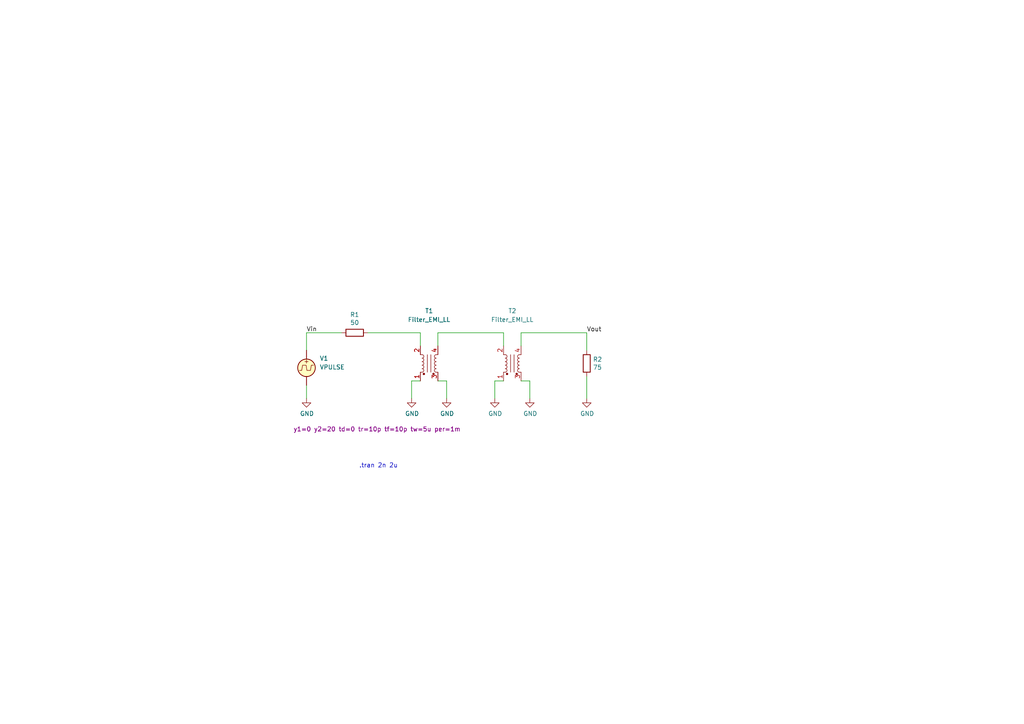
<source format=kicad_sch>
(kicad_sch (version 20230121) (generator eeschema)
  (paper "A4")
  (lib_symbols
    (symbol "Device:R" (pin_numbers hide) (pin_names (offset 0))
      (property "Reference" "R" (at 2.032 0 90))
      (property "Value" "R" (at 0 0 90))
      (symbol "R_0_1"
        (rectangle (start -1.016 -2.54) (end 1.016 2.54) (stroke (width 0.254)))
      )
      (symbol "R_1_1"
        (pin passive line (at 0 3.81 270) (length 1.27) (name "~") (number "1"))
        (pin passive line (at 0 -3.81 90) (length 1.27) (name "~") (number "2"))
      )
    )
    (symbol "Simulation_SPICE:VPULSE" (pin_numbers hide) (pin_names (offset 0.0254))
      (property "Reference" "V" (at 2.54 2.54 0))
      (property "Value" "VPULSE" (at 2.54 0 0))
      (property "Spice_Model" "pulse(0 1 2n 2n 2n 50n 100n)" (at 2.54 -2.54 0))
      (symbol "VPULSE_0_0"
        (polyline (pts (xy -2.032 -0.762) (xy -1.397 -0.762) (xy -1.143 0.762) (xy -0.127 0.762) (xy 0.127 -0.762) (xy 1.143 -0.762) (xy 1.397 0.762) (xy 2.032 0.762)))
        (text "+" (at 0 1.905 0) (effects (font (size 1.27 1.27))))
      )
      (symbol "VPULSE_0_1"
        (circle (center 0 0) (radius 2.54) (stroke (width 0.254)) (fill (type background)))
      )
      (symbol "VPULSE_1_1"
        (pin passive line (at 0 5.08 270) (length 2.54) (name "~") (number "1"))
        (pin passive line (at 0 -5.08 90) (length 2.54) (name "~") (number "2"))
      )
    )
    (symbol "power:GND" (power) (pin_names (offset 0))
      (property "Value" "GND" (at 0 -3.81 0))
      (symbol "GND_0_1"
        (polyline (pts (xy 0 0) (xy 0 -1.27) (xy 1.27 -1.27) (xy 0 -2.54) (xy -1.27 -1.27) (xy 0 -1.27)))
      )
      (symbol "GND_1_1"
        (pin power_in line (at 0 0 270) (length 0) hide (name "GND") (number "1"))
      )
    )
    (symbol "tline_test-rescue:EMI_Filter_CommonMode-Device" (pin_names (offset 0.254) hide)
      (property "Reference" "FL" (at 0 4.445 0))
      (property "Value" "EMI_Filter_CommonMode-Device" (at 0 -4.445 0))
      (symbol "EMI_Filter_CommonMode-Device_0_1"
        (circle (center -3.048 -1.27) (radius 0.254) (fill (type outline)))
        (circle (center -3.048 1.524) (radius 0.254) (fill (type outline)))
        (arc (start -2.54 2.032) (mid -2.032 1.5262) (end -1.524 2.032))
        (arc (start -1.524 -2.032) (mid -2.032 -1.5262) (end -2.54 -2.032))
        (arc (start -1.524 2.032) (mid -1.016 1.5262) (end -0.508 2.032))
        (arc (start -0.508 -2.032) (mid -1.016 -1.5262) (end -1.524 -2.032))
        (arc (start -0.508 2.032) (mid 0 1.5262) (end 0.508 2.032))
        (polyline (pts (xy -2.54 -2.032) (xy -2.54 -2.54)))
        (polyline (pts (xy -2.54 0.508) (xy 2.54 0.508)))
        (polyline (pts (xy -2.54 2.032) (xy -2.54 2.54)))
        (polyline (pts (xy 2.54 -2.032) (xy 2.54 -2.54)))
        (polyline (pts (xy 2.54 -0.508) (xy -2.54 -0.508)))
        (polyline (pts (xy 2.54 2.54) (xy 2.54 2.032)))
        (arc (start 0.508 -2.032) (mid 0 -1.5262) (end -0.508 -2.032))
        (arc (start 0.508 2.032) (mid 1.016 1.5262) (end 1.524 2.032))
        (arc (start 1.524 -2.032) (mid 1.016 -1.5262) (end 0.508 -2.032))
        (arc (start 1.524 2.032) (mid 2.032 1.5262) (end 2.54 2.032))
        (arc (start 2.54 -2.032) (mid 2.032 -1.5262) (end 1.524 -2.032))
      )
      (symbol "EMI_Filter_CommonMode-Device_1_1"
        (pin passive line (at -5.08 2.54 0) (length 2.54) (name "1") (number "1"))
        (pin passive line (at 5.08 2.54 180) (length 2.54) (name "2") (number "2"))
        (pin passive line (at -5.08 -2.54 0) (length 2.54) (name "3") (number "3"))
        (pin passive line (at 5.08 -2.54 180) (length 2.54) (name "4") (number "4"))
      )
    )
  )
  (wire (pts (xy 127 110.49) (xy 129.54 110.49)))
  (wire (pts (xy 119.38 115.57) (xy 119.38 110.49)))
  (wire (pts (xy 129.54 110.49) (xy 129.54 115.57)))
  (wire (pts (xy 127 100.33) (xy 127 96.52)))
  (wire (pts (xy 143.51 115.57) (xy 143.51 110.49)))
  (wire (pts (xy 121.92 96.52) (xy 121.92 100.33)))
  (wire (pts (xy 170.18 115.57) (xy 170.18 109.22)))
  (wire (pts (xy 151.13 110.49) (xy 153.67 110.49)))
  (wire (pts (xy 88.9 96.52) (xy 99.06 96.52)))
  (wire (pts (xy 127 96.52) (xy 146.05 96.52)))
  (wire (pts (xy 146.05 96.52) (xy 146.05 100.33)))
  (wire (pts (xy 151.13 96.52) (xy 170.18 96.52)))
  (wire (pts (xy 88.9 115.57) (xy 88.9 111.76)))
  (wire (pts (xy 119.38 110.49) (xy 121.92 110.49)))
  (wire (pts (xy 170.18 101.6) (xy 170.18 96.52)))
  (wire (pts (xy 143.51 110.49) (xy 146.05 110.49)))
  (wire (pts (xy 151.13 100.33) (xy 151.13 96.52)))
  (wire (pts (xy 106.68 96.52) (xy 121.92 96.52)))
  (wire (pts (xy 153.67 110.49) (xy 153.67 115.57)))
  (wire (pts (xy 88.9 96.52) (xy 88.9 101.6)))
  (text ".tran 2n 2u" (at 104.14 135.89 0) (effects (font (size 1.27 1.27)) (justify left bottom)))
  (label "Vin" (at 88.9 96.52 0))
  (label "Vout" (at 170.18 96.52 0))
  (symbol (lib_id "power:GND") (at 88.9 115.57 0) (unit 1)
    (property "Reference" "#PWR01" (effects hide))
    (property "Value" "GND" (at 89.027 119.9642 0))
  )
  (symbol (lib_id "Device:R") (at 102.87 96.52 270) (unit 1)
    (property "Reference" "R1" (at 102.87 91.2622 90))
    (property "Value" "50" (at 102.87 93.5736 90))
  )
  (symbol (lib_id "tline_test-rescue:EMI_Filter_CommonMode-Device") (at 124.46 105.41 90) (unit 1)
    (property "Reference" "T1" (at 124.46 90.17 90))
    (property "Value" "Filter_EMI_LL" (at 124.46 92.71 90))
    (property "Sim.Device" "SPICE" (effects hide))
    (property "Sim.Params" "type=\"T\" model=\"Td=250n Z0=50\" lib=\"\"" (effects hide))
    (property "Sim.Pins" "1=1 2=2 3=3 4=4" (effects hide))
  )
  (symbol (lib_id "power:GND") (at 119.38 115.57 0) (unit 1)
    (property "Reference" "#PWR02" (effects hide))
    (property "Value" "GND" (at 119.507 119.9642 0))
  )
  (symbol (lib_id "power:GND") (at 129.54 115.57 0) (unit 1)
    (property "Reference" "#PWR03" (effects hide))
    (property "Value" "GND" (at 129.667 119.9642 0))
  )
  (symbol (lib_id "Device:R") (at 170.18 105.41 180) (unit 1)
    (property "Reference" "R2" (at 171.958 104.2416 0) (effects (justify right)))
    (property "Value" "75" (at 171.958 106.553 0) (effects (justify right)))
  )
  (symbol (lib_id "power:GND") (at 170.18 115.57 0) (unit 1)
    (property "Reference" "#PWR04" (effects hide))
    (property "Value" "GND" (at 170.307 119.9642 0))
  )
  (symbol (lib_id "power:GND") (at 143.51 115.57 0) (unit 1)
    (property "Reference" "#PWR05" (effects hide))
    (property "Value" "GND" (at 143.637 119.9642 0))
  )
  (symbol (lib_id "Simulation_SPICE:VPULSE") (at 88.9 106.68 0) (unit 1)
    (property "Reference" "V1" (at 92.71 103.9501 0) (effects (justify left)))
    (property "Value" "VPULSE" (at 92.71 106.4901 0) (effects (justify left)))
    (property "Sim.Device" "V" (effects hide))
    (property "Sim.Type" "PULSE" (effects hide))
    (property "Sim.Params" "y1=0 y2=20 td=0 tr=10p tf=10p tw=5u per=1m" (at 85.09 124.46 0) (effects (justify left)))
    (property "Sim.Pins" "1=+ 2=-" (effects hide))
  )
  (symbol (lib_id "power:GND") (at 153.67 115.57 0) (unit 1)
    (property "Reference" "#PWR06" (effects hide))
    (property "Value" "GND" (at 153.797 119.9642 0))
  )
  (symbol (lib_id "tline_test-rescue:EMI_Filter_CommonMode-Device") (at 148.59 105.41 90) (unit 1)
    (property "Reference" "T2" (at 148.59 90.17 90))
    (property "Value" "Filter_EMI_LL" (at 148.59 92.71 90))
    (property "Sim.Device" "SPICE" (effects hide))
    (property "Sim.Params" "type=\"T\" model=\"Td=250n Z0=50\" lib=\"\"" (effects hide))
    (property "Sim.Pins" "1=1 2=2 3=3 4=4" (effects hide))
  )
)
</source>
